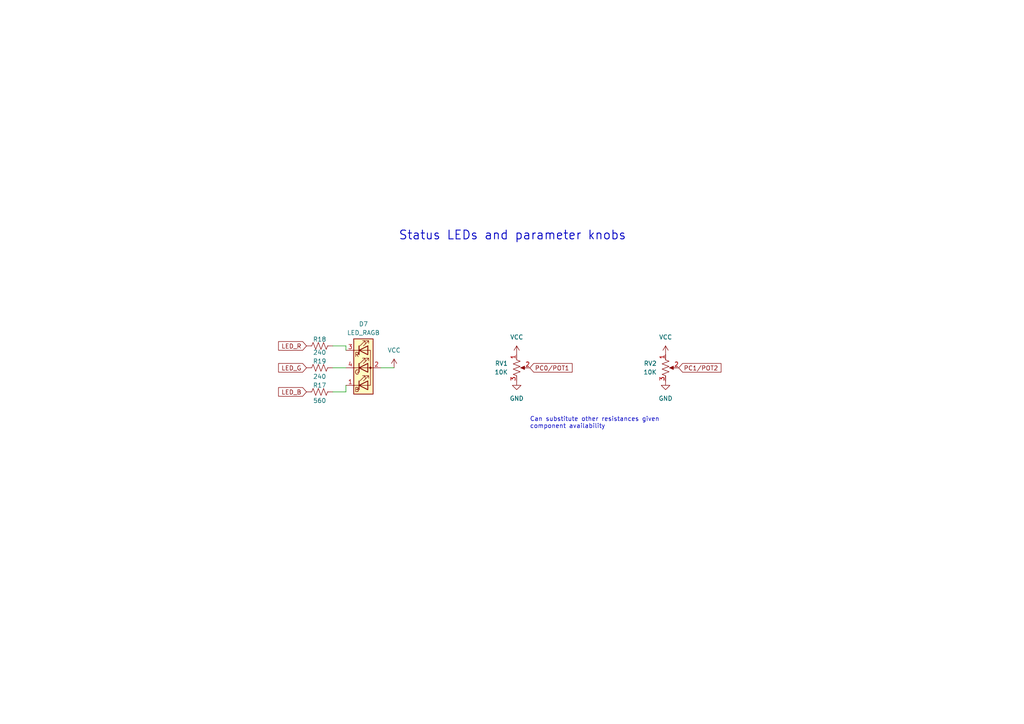
<source format=kicad_sch>
(kicad_sch (version 20230121) (generator eeschema)
  (paper "A4")
  (title_block (title "DSP PAW add-on board") (date "2023-09-04") (rev "2") (company "bitgloo") (comment 1 "Released under the CERN Open Hardware Licence Version 2 - Strongly Reciprocal"))
  (lib_symbols
    (symbol "Device:LED_BARG" (pin_names (offset 0) hide)
      (property "Reference" "D" (at 0 9.398 0))
      (property "Value" "LED_BARG" (at 0 -8.89 0))
      (symbol "LED_BARG_0_0"
        (text "B" (at -1.905 -6.35 0) (effects (font (size 1.27 1.27))))
        (text "G" (at -1.905 -1.27 0) (effects (font (size 1.27 1.27))))
        (text "R" (at -1.905 3.81 0) (effects (font (size 1.27 1.27))))
      )
      (symbol "LED_BARG_0_1"
        (polyline (pts (xy -1.27 -5.08) (xy -2.54 -5.08)))
        (polyline (pts (xy -1.27 -5.08) (xy 1.27 -5.08)))
        (polyline (pts (xy -1.27 -3.81) (xy -1.27 -6.35)) (stroke (width 0.254)))
        (polyline (pts (xy -1.27 0) (xy -2.54 0)))
        (polyline (pts (xy -1.27 1.27) (xy -1.27 -1.27)) (stroke (width 0.254)))
        (polyline (pts (xy -1.27 5.08) (xy -2.54 5.08)))
        (polyline (pts (xy -1.27 5.08) (xy 1.27 5.08)))
        (polyline (pts (xy -1.27 6.35) (xy -1.27 3.81)) (stroke (width 0.254)))
        (polyline (pts (xy 1.27 0) (xy -1.27 0)))
        (polyline (pts (xy 1.27 0) (xy 2.54 0)))
        (polyline (pts (xy -1.27 1.27) (xy -1.27 -1.27) (xy -1.27 -1.27)))
        (polyline (pts (xy -1.27 6.35) (xy -1.27 3.81) (xy -1.27 3.81)))
        (polyline (pts (xy 1.27 -5.08) (xy 2.032 -5.08) (xy 2.032 5.08) (xy 1.27 5.08)))
        (polyline (pts (xy 1.27 -3.81) (xy 1.27 -6.35) (xy -1.27 -5.08) (xy 1.27 -3.81)) (stroke (width 0.254)))
        (polyline (pts (xy 1.27 1.27) (xy 1.27 -1.27) (xy -1.27 0) (xy 1.27 1.27)) (stroke (width 0.254)))
        (polyline (pts (xy 1.27 6.35) (xy 1.27 3.81) (xy -1.27 5.08) (xy 1.27 6.35)) (stroke (width 0.254)))
        (polyline (pts (xy -1.016 -3.81) (xy 0.508 -2.286) (xy -0.254 -2.286) (xy 0.508 -2.286) (xy 0.508 -3.048)))
        (polyline (pts (xy -1.016 1.27) (xy 0.508 2.794) (xy -0.254 2.794) (xy 0.508 2.794) (xy 0.508 2.032)))
        (polyline (pts (xy -1.016 6.35) (xy 0.508 7.874) (xy -0.254 7.874) (xy 0.508 7.874) (xy 0.508 7.112)))
        (polyline (pts (xy 0 -3.81) (xy 1.524 -2.286) (xy 0.762 -2.286) (xy 1.524 -2.286) (xy 1.524 -3.048)))
        (polyline (pts (xy 0 1.27) (xy 1.524 2.794) (xy 0.762 2.794) (xy 1.524 2.794) (xy 1.524 2.032)))
        (polyline (pts (xy 0 6.35) (xy 1.524 7.874) (xy 0.762 7.874) (xy 1.524 7.874) (xy 1.524 7.112)))
        (rectangle (start 1.27 -1.27) (end 1.27 1.27))
        (rectangle (start 1.27 1.27) (end 1.27 1.27))
        (rectangle (start 1.27 3.81) (end 1.27 6.35))
        (rectangle (start 1.27 6.35) (end 1.27 6.35))
        (circle (center 2.032 0) (radius 0.254) (fill (type outline)))
        (rectangle (start 2.794 8.382) (end -2.794 -7.62) (stroke (width 0.254)) (fill (type background)))
      )
      (symbol "LED_BARG_1_1"
        (pin passive line (at -5.08 -5.08 0) (length 2.54) (name "BK") (number "1"))
        (pin passive line (at 5.08 0 180) (length 2.54) (name "A") (number "2"))
        (pin passive line (at -5.08 5.08 0) (length 2.54) (name "RK") (number "3"))
        (pin passive line (at -5.08 0 0) (length 2.54) (name "GK") (number "4"))
      )
    )
    (symbol "Device:R_Potentiometer_US" (pin_names (offset 1.016) hide)
      (property "Reference" "RV" (at -4.445 0 90))
      (property "Value" "R_Potentiometer_US" (at -2.54 0 90))
      (symbol "R_Potentiometer_US_0_1"
        (polyline (pts (xy 0 -2.286) (xy 0 -2.54)))
        (polyline (pts (xy 0 2.54) (xy 0 2.286)))
        (polyline (pts (xy 2.54 0) (xy 1.524 0)))
        (polyline (pts (xy 1.143 0) (xy 2.286 0.508) (xy 2.286 -0.508) (xy 1.143 0)) (fill (type outline)))
        (polyline (pts (xy 0 -0.762) (xy 1.016 -1.143) (xy 0 -1.524) (xy -1.016 -1.905) (xy 0 -2.286)))
        (polyline (pts (xy 0 0.762) (xy 1.016 0.381) (xy 0 0) (xy -1.016 -0.381) (xy 0 -0.762)))
        (polyline (pts (xy 0 2.286) (xy 1.016 1.905) (xy 0 1.524) (xy -1.016 1.143) (xy 0 0.762)))
      )
      (symbol "R_Potentiometer_US_1_1"
        (pin passive line (at 0 3.81 270) (length 1.27) (name "1") (number "1"))
        (pin passive line (at 3.81 0 180) (length 1.27) (name "2") (number "2"))
        (pin passive line (at 0 -3.81 90) (length 1.27) (name "3") (number "3"))
      )
    )
    (symbol "Device:R_US" (pin_numbers hide) (pin_names (offset 0))
      (property "Reference" "R" (at 2.54 0 90))
      (property "Value" "R_US" (at -2.54 0 90))
      (symbol "R_US_0_1"
        (polyline (pts (xy 0 -2.286) (xy 0 -2.54)))
        (polyline (pts (xy 0 2.286) (xy 0 2.54)))
        (polyline (pts (xy 0 -0.762) (xy 1.016 -1.143) (xy 0 -1.524) (xy -1.016 -1.905) (xy 0 -2.286)))
        (polyline (pts (xy 0 0.762) (xy 1.016 0.381) (xy 0 0) (xy -1.016 -0.381) (xy 0 -0.762)))
        (polyline (pts (xy 0 2.286) (xy 1.016 1.905) (xy 0 1.524) (xy -1.016 1.143) (xy 0 0.762)))
      )
      (symbol "R_US_1_1"
        (pin passive line (at 0 3.81 270) (length 1.27) (name "~") (number "1"))
        (pin passive line (at 0 -3.81 90) (length 1.27) (name "~") (number "2"))
      )
    )
    (symbol "power:GND" (power) (pin_names (offset 0))
      (property "Value" "GND" (at 0 -3.81 0))
      (symbol "GND_0_1"
        (polyline (pts (xy 0 0) (xy 0 -1.27) (xy 1.27 -1.27) (xy 0 -2.54) (xy -1.27 -1.27) (xy 0 -1.27)))
      )
      (symbol "GND_1_1"
        (pin power_in line (at 0 0 270) (length 0) hide (name "GND") (number "1"))
      )
    )
    (symbol "power:VCC" (power) (pin_names (offset 0))
      (property "Value" "VCC" (at 0 3.81 0))
      (symbol "VCC_0_1"
        (polyline (pts (xy -0.762 1.27) (xy 0 2.54)))
        (polyline (pts (xy 0 0) (xy 0 2.54)))
        (polyline (pts (xy 0 2.54) (xy 0.762 1.27)))
      )
      (symbol "VCC_1_1"
        (pin power_in line (at 0 0 90) (length 0) hide (name "VCC") (number "1"))
      )
    )
  )
  (wire (pts (xy 96.52 113.665) (xy 100.33 113.665)))
  (wire (pts (xy 110.49 106.68) (xy 114.3 106.68)))
  (wire (pts (xy 96.52 106.68) (xy 100.33 106.68)))
  (wire (pts (xy 100.33 113.665) (xy 100.33 111.76)))
  (wire (pts (xy 96.52 100.33) (xy 100.33 100.33)))
  (wire (pts (xy 100.33 100.33) (xy 100.33 101.6)))
  (text "Status LEDs and parameter knobs" (at 115.57 69.85 0) (effects (font (size 2.54 2.54) (thickness 0.254) bold) (justify left bottom)))
  (text "Can substitute other resistances given\ncomponent availability" (at 153.67 124.46 0) (effects (font (size 1.27 1.27)) (justify left bottom)))
  (global_label "PC0{slash}POT1" (shape input) (at 153.67 106.68 0) (property "Intersheetrefs" "${INTERSHEET_REFS}" (effects hide)))
  (global_label "LED_G" (shape input) (at 88.9 106.68 180) (property "Intersheetrefs" "${INTERSHEET_REFS}" (effects hide)))
  (global_label "LED_B" (shape input) (at 88.9 113.665 180) (property "Intersheetrefs" "${INTERSHEET_REFS}" (effects hide)))
  (global_label "PC1{slash}POT2" (shape input) (at 196.85 106.68 0) (property "Intersheetrefs" "${INTERSHEET_REFS}" (effects hide)))
  (global_label "LED_R" (shape input) (at 88.9 100.33 180) (property "Intersheetrefs" "${INTERSHEET_REFS}" (effects hide)))
  (symbol (lib_id "Device:R_Potentiometer_US") (at 193.04 106.68 0) (unit 1)
    (property "Reference" "RV2" (at 190.5 105.4099 0) (effects (justify right)))
    (property "Value" "10K" (at 190.5 107.9499 0) (effects (justify right)))
    (property "Footprint" "Potentiometer_THT:Potentiometer_Bourns_3386P_Vertical" (effects hide))
    (property "Part Number" "3386P-1-103TLF" (effects hide))
    (property "LCSC Part #" "C330458" (effects hide))
  )
  (symbol (lib_id "power:VCC") (at 193.04 102.87 0) (unit 1)
    (property "Reference" "#PWR056" (effects hide))
    (property "Value" "VCC" (at 193.04 97.79 0))
    (instances (project "stmdsp_rev3" (path "" (reference "#PWR056") (unit 1))) (project "DSP PAW add-on board" (path "" (reference "#PWR027") (unit 1)) (path "" (reference "#PWR068") (unit 1))))
  )
  (symbol (lib_id "Device:R_US") (at 92.71 100.33 90) (unit 1)
    (property "Reference" "R18" (at 92.71 98.425 90))
    (property "Value" "240" (at 92.71 102.235 90))
    (property "Footprint" "Resistor_SMD:R_0603_1608Metric" (effects hide))
    (property "Part Number" "RC0603JR-07240RL" (effects hide))
    (property "LCSC Part #" "C23350" (effects hide))
    (instances (project "stmdsp_rev3" (path "" (reference "R18") (unit 1))) (project "DSP PAW add-on board" (path "" (reference "R16") (unit 1)) (path "" (reference "R24") (unit 1))))
  )
  (symbol (lib_id "power:GND") (at 149.86 110.49 0) (unit 1)
    (property "Reference" "#PWR058" (effects hide))
    (property "Value" "GND" (at 149.86 115.57 0))
    (instances (project "stmdsp_rev3" (path "" (reference "#PWR058") (unit 1))) (project "DSP PAW add-on board" (path "" (reference "#PWR024") (unit 1)) (path "" (reference "#PWR070") (unit 1))))
  )
  (symbol (lib_id "power:GND") (at 193.04 110.49 0) (unit 1)
    (property "Reference" "#PWR059" (effects hide))
    (property "Value" "GND" (at 193.04 115.57 0))
    (instances (project "stmdsp_rev3" (path "" (reference "#PWR059") (unit 1))) (project "DSP PAW add-on board" (path "" (reference "#PWR028") (unit 1)) (path "" (reference "#PWR071") (unit 1))))
  )
  (symbol (lib_id "Device:R_US") (at 92.71 113.665 90) (unit 1)
    (property "Reference" "R17" (at 92.71 111.76 90))
    (property "Value" "560" (at 92.71 116.205 90))
    (property "Footprint" "Resistor_SMD:R_0603_1608Metric" (effects hide))
    (property "Part Number" "RC0603JR-07560RL" (effects hide))
    (property "LCSC Part #" "C23204" (effects hide))
    (instances (project "stmdsp_rev3" (path "" (reference "R17") (unit 1))) (project "DSP PAW add-on board" (path "" (reference "R15") (unit 1)) (path "" (reference "R23") (unit 1))))
  )
  (symbol (lib_id "power:VCC") (at 149.86 102.87 0) (unit 1)
    (property "Reference" "#PWR055" (effects hide))
    (property "Value" "VCC" (at 149.86 97.79 0))
    (instances (project "stmdsp_rev3" (path "" (reference "#PWR055") (unit 1))) (project "DSP PAW add-on board" (path "" (reference "#PWR023") (unit 1)) (path "" (reference "#PWR067") (unit 1))))
  )
  (symbol (lib_id "Device:LED_BARG") (at 105.41 106.68 0) (unit 1)
    (property "Reference" "D7" (at 105.41 93.98 0))
    (property "Value" "LED_RAGB" (at 105.41 96.52 0))
    (property "Footprint" "LED_SMD:LED_Kingbright_AAA3528ESGCT" (effects hide))
    (property "Part Number" "LTST-C19HE1WT" (effects hide))
    (property "LCSC Part #" "C427425" (effects hide))
  )
  (symbol (lib_id "Device:R_US") (at 92.71 106.68 90) (unit 1)
    (property "Reference" "R19" (at 92.71 104.775 90))
    (property "Value" "240" (at 92.71 109.22 90))
    (property "Footprint" "Resistor_SMD:R_0603_1608Metric" (effects hide))
    (property "Part Number" "RC0603JR-07240RL" (effects hide))
    (property "LCSC Part #" "C23350" (effects hide))
    (instances (project "stmdsp_rev3" (path "" (reference "R19") (unit 1))) (project "DSP PAW add-on board" (path "" (reference "R17") (unit 1)) (path "" (reference "R25") (unit 1))))
  )
  (symbol (lib_id "power:VCC") (at 114.3 106.68 0) (unit 1)
    (property "Reference" "#PWR057" (effects hide))
    (property "Value" "VCC" (at 114.3 101.6 0))
    (instances (project "stmdsp_rev3" (path "" (reference "#PWR057") (unit 1))) (project "DSP PAW add-on board" (path "" (reference "#PWR019") (unit 1)) (path "" (reference "#PWR069") (unit 1))))
  )
  (symbol (lib_id "Device:R_Potentiometer_US") (at 149.86 106.68 0) (unit 1)
    (property "Reference" "RV1" (at 147.32 105.4099 0) (effects (justify right)))
    (property "Value" "10K" (at 147.32 107.9499 0) (effects (justify right)))
    (property "Footprint" "Potentiometer_THT:Potentiometer_Bourns_3386P_Vertical" (effects hide))
    (property "Part Number" "3386P-1-103TLF" (effects hide))
    (property "LCSC Part #" "C330458" (effects hide))
  )
)
</source>
